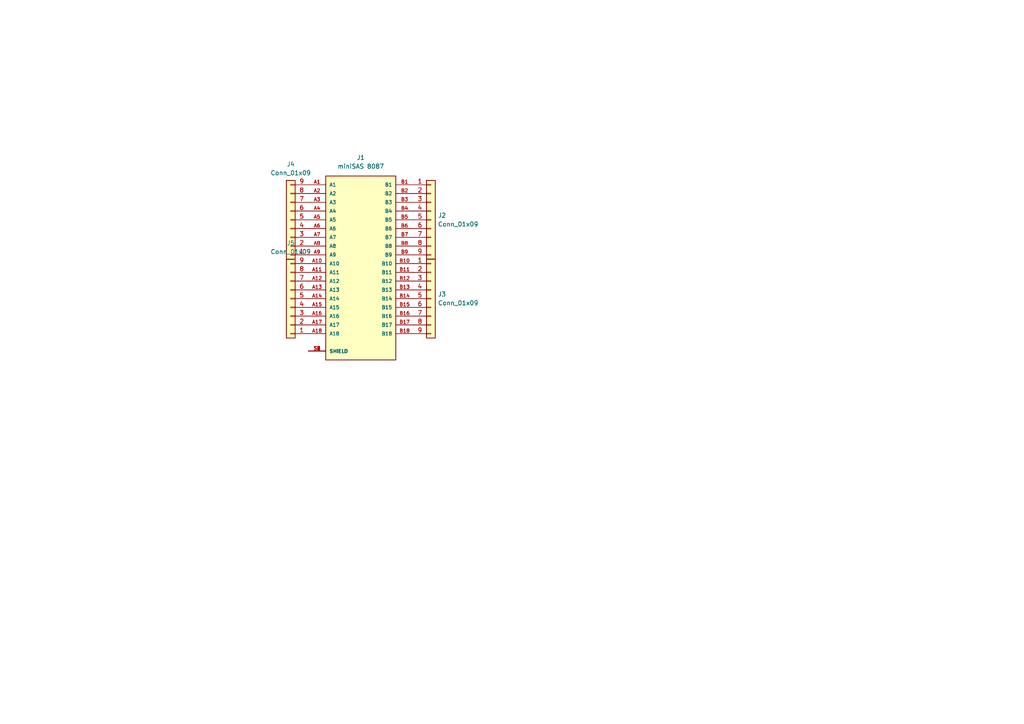
<source format=kicad_sch>
(kicad_sch (version 20230121) (generator eeschema)
  (paper "A4")
  (lib_symbols
    (symbol "PCM_4ms_Connector:Conn_01x09" (pin_names (offset 1.016) hide)
      (property "Reference" "J" (at 0 12.7 0))
      (property "Value" "Conn_01x09" (at 1.27 -13.97 0))
      (symbol "Conn_01x09_1_1"
        (rectangle (start -1.27 -10.033) (end 0 -10.287) (stroke (width 0.1524)))
        (rectangle (start -1.27 -7.493) (end 0 -7.747) (stroke (width 0.1524)))
        (rectangle (start -1.27 -4.953) (end 0 -5.207) (stroke (width 0.1524)))
        (rectangle (start -1.27 -2.413) (end 0 -2.667) (stroke (width 0.1524)))
        (rectangle (start -1.27 0.127) (end 0 -0.127) (stroke (width 0.1524)))
        (rectangle (start -1.27 2.667) (end 0 2.413) (stroke (width 0.1524)))
        (rectangle (start -1.27 5.207) (end 0 4.953) (stroke (width 0.1524)))
        (rectangle (start -1.27 7.747) (end 0 7.493) (stroke (width 0.1524)))
        (rectangle (start -1.27 10.287) (end 0 10.033) (stroke (width 0.1524)))
        (rectangle (start -1.27 11.43) (end 1.27 -11.43) (stroke (width 0.254)) (fill (type background)))
        (pin passive line (at -5.08 10.16 0) (length 3.81) (name "Pin_1") (number "1"))
        (pin passive line (at -5.08 7.62 0) (length 3.81) (name "Pin_2") (number "2"))
        (pin passive line (at -5.08 5.08 0) (length 3.81) (name "Pin_3") (number "3"))
        (pin passive line (at -5.08 2.54 0) (length 3.81) (name "Pin_4") (number "4"))
        (pin passive line (at -5.08 0 0) (length 3.81) (name "Pin_5") (number "5"))
        (pin passive line (at -5.08 -2.54 0) (length 3.81) (name "Pin_6") (number "6"))
        (pin passive line (at -5.08 -5.08 0) (length 3.81) (name "Pin_7") (number "7"))
        (pin passive line (at -5.08 -7.62 0) (length 3.81) (name "Pin_8") (number "8"))
        (pin passive line (at -5.08 -10.16 0) (length 3.81) (name "Pin_9") (number "9"))
      )
    )
    (symbol "sata&sas:miniSAS 8087" (pin_names (offset 1.016))
      (property "Reference" "J" (at -10.16 26.67 0))
      (property "Value" "miniSAS 8087" (at -10.16 -29.21 0))
      (symbol "miniSAS 8087_0_0"
        (rectangle (start -10.16 -27.94) (end 10.16 25.4) (stroke (width 0.254)) (fill (type background)))
        (pin passive line (at -15.24 22.86 0) (length 5.08) (name "A1") (number "A1"))
        (pin passive line (at -15.24 0 0) (length 5.08) (name "A10") (number "A10"))
        (pin passive line (at -15.24 -2.54 0) (length 5.08) (name "A11") (number "A11"))
        (pin passive line (at -15.24 -5.08 0) (length 5.08) (name "A12") (number "A12"))
        (pin passive line (at -15.24 -7.62 0) (length 5.08) (name "A13") (number "A13"))
        (pin passive line (at -15.24 -10.16 0) (length 5.08) (name "A14") (number "A14"))
        (pin passive line (at -15.24 -12.7 0) (length 5.08) (name "A15") (number "A15"))
        (pin passive line (at -15.24 -15.24 0) (length 5.08) (name "A16") (number "A16"))
        (pin passive line (at -15.24 -17.78 0) (length 5.08) (name "A17") (number "A17"))
        (pin passive line (at -15.24 -20.32 0) (length 5.08) (name "A18") (number "A18"))
        (pin passive line (at -15.24 20.32 0) (length 5.08) (name "A2") (number "A2"))
        (pin passive line (at -15.24 17.78 0) (length 5.08) (name "A3") (number "A3"))
        (pin passive line (at -15.24 15.24 0) (length 5.08) (name "A4") (number "A4"))
        (pin passive line (at -15.24 12.7 0) (length 5.08) (name "A5") (number "A5"))
        (pin passive line (at -15.24 10.16 0) (length 5.08) (name "A6") (number "A6"))
        (pin passive line (at -15.24 7.62 0) (length 5.08) (name "A7") (number "A7"))
        (pin passive line (at -15.24 5.08 0) (length 5.08) (name "A8") (number "A8"))
        (pin passive line (at -15.24 2.54 0) (length 5.08) (name "A9") (number "A9"))
        (pin passive line (at 15.24 22.86 180) (length 5.08) (name "B1") (number "B1"))
        (pin passive line (at 15.24 0 180) (length 5.08) (name "B10") (number "B10"))
        (pin passive line (at 15.24 -2.54 180) (length 5.08) (name "B11") (number "B11"))
        (pin passive line (at 15.24 -5.08 180) (length 5.08) (name "B12") (number "B12"))
        (pin passive line (at 15.24 -7.62 180) (length 5.08) (name "B13") (number "B13"))
        (pin passive line (at 15.24 -10.16 180) (length 5.08) (name "B14") (number "B14"))
        (pin passive line (at 15.24 -12.7 180) (length 5.08) (name "B15") (number "B15"))
        (pin passive line (at 15.24 -15.24 180) (length 5.08) (name "B16") (number "B16"))
        (pin passive line (at 15.24 -17.78 180) (length 5.08) (name "B17") (number "B17"))
        (pin passive line (at 15.24 -20.32 180) (length 5.08) (name "B18") (number "B18"))
        (pin passive line (at 15.24 20.32 180) (length 5.08) (name "B2") (number "B2"))
        (pin passive line (at 15.24 17.78 180) (length 5.08) (name "B3") (number "B3"))
        (pin passive line (at 15.24 15.24 180) (length 5.08) (name "B4") (number "B4"))
        (pin passive line (at 15.24 12.7 180) (length 5.08) (name "B5") (number "B5"))
        (pin passive line (at 15.24 10.16 180) (length 5.08) (name "B6") (number "B6"))
        (pin passive line (at 15.24 7.62 180) (length 5.08) (name "B7") (number "B7"))
        (pin passive line (at 15.24 5.08 180) (length 5.08) (name "B8") (number "B8"))
        (pin passive line (at 15.24 2.54 180) (length 5.08) (name "B9") (number "B9"))
        (pin passive line (at -15.24 -25.4 0) (length 5.08) (name "SHIELD") (number "S1"))
        (pin passive line (at -15.24 -25.4 0) (length 5.08) (name "SHIELD") (number "S2"))
        (pin passive line (at -15.24 -25.4 0) (length 5.08) (name "SHIELD") (number "S3"))
        (pin passive line (at -15.24 -25.4 0) (length 5.08) (name "SHIELD") (number "S4"))
        (pin passive line (at -15.24 -25.4 0) (length 5.08) (name "SHIELD") (number "S5"))
        (pin passive line (at -15.24 -25.4 0) (length 5.08) (name "SHIELD") (number "S6"))
      )
    )
  )
  (symbol (lib_id "sata&sas:miniSAS 8087") (at 104.648 76.454 0) (unit 1)
    (property "Reference" "J1" (at 104.648 45.72 0))
    (property "Value" "miniSAS 8087" (at 104.648 48.26 0))
    (property "Footprint" "Connector_SATA_SAS:miniSAS 8087" (effects hide))
    (property "Comment" "1888019-8" (effects hide))
    (property "MF" "TE Connectivity" (effects hide))
    (property "Description" "\n36 Position SAS, Mini Receptacle Connector Solder Surface Mount, Right Angle\n" (effects hide))
    (property "Package" "None" (effects hide))
    (property "Price" "None" (effects hide))
    (property "TE_purchase_URL" "https://www.te.com/usa-en/product-1888019-8.html?te_bu=Cor&te_type=disp&te_campaign=seda_glo_cor-seda-global-disp-prtnr-fy19-seda-model-bom-cta_sma-317_1&elqCampaignId=32493" (effects hide))
    (property "SnapEDA_Link" "https://www.snapeda.com/parts/1888019-8/TE+Connectivity/view-part/?ref=snap" (effects hide))
    (property "MP" "1888019-8" (effects hide))
    (property "Availability" "In Stock" (effects hide))
    (property "Check_prices" "https://www.snapeda.com/parts/1888019-8/TE+Connectivity/view-part/?ref=eda" (effects hide))
  )
  (symbol (lib_id "PCM_4ms_Connector:Conn_01x09") (at 84.328 86.614 180) (unit 1)
    (property "Reference" "J5" (at 84.328 70.485 0))
    (property "Value" "Conn_01x09" (at 84.328 73.025 0))
    (property "Footprint" "Connector_PinSocket_2.00mm:PinSocket_1x09_P2.00mm_Vertical_test" (effects hide))
    (property "Specifications" "HEADER 1x6 MALE PINS 0.100” 180deg" (effects hide))
    (property "Manufacturer" "TAD" (effects hide))
    (property "Part Number" "1-0901FBV0T" (effects hide))
  )
  (symbol (lib_id "PCM_4ms_Connector:Conn_01x09") (at 124.968 63.754 0) (unit 1)
    (property "Reference" "J2" (at 127 62.484 0) (effects (justify left)))
    (property "Value" "Conn_01x09" (at 127 65.024 0) (effects (justify left)))
    (property "Footprint" "Connector_PinSocket_2.00mm:PinSocket_1x09_P2.00mm_Vertical_test" (effects hide))
    (property "Specifications" "HEADER 1x6 MALE PINS 0.100” 180deg" (effects hide))
    (property "Manufacturer" "TAD" (effects hide))
    (property "Part Number" "1-0901FBV0T" (effects hide))
  )
  (symbol (lib_id "PCM_4ms_Connector:Conn_01x09") (at 124.968 86.614 0) (unit 1)
    (property "Reference" "J3" (at 127 85.344 0) (effects (justify left)))
    (property "Value" "Conn_01x09" (at 127 87.884 0) (effects (justify left)))
    (property "Footprint" "Connector_PinSocket_2.00mm:PinSocket_1x09_P2.00mm_Vertical_test" (effects hide))
    (property "Specifications" "HEADER 1x6 MALE PINS 0.100” 180deg" (effects hide))
    (property "Manufacturer" "TAD" (effects hide))
    (property "Part Number" "1-0901FBV0T" (effects hide))
  )
  (symbol (lib_id "PCM_4ms_Connector:Conn_01x09") (at 84.328 63.754 180) (unit 1)
    (property "Reference" "J4" (at 84.328 47.625 0))
    (property "Value" "Conn_01x09" (at 84.328 50.165 0))
    (property "Footprint" "Connector_PinSocket_2.00mm:PinSocket_1x09_P2.00mm_Vertical_test" (effects hide))
    (property "Specifications" "HEADER 1x6 MALE PINS 0.100” 180deg" (effects hide))
    (property "Manufacturer" "TAD" (effects hide))
    (property "Part Number" "1-0901FBV0T" (effects hide))
  )
)
</source>
